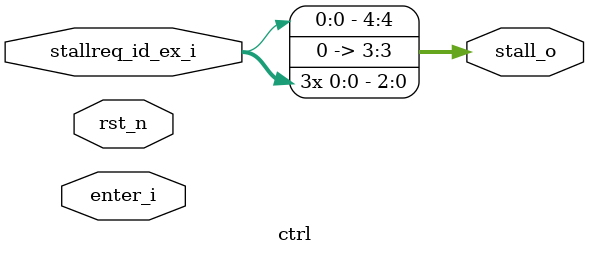
<source format=v>
`include "../headers/buceros_header.v"

module ctrl (
    input  wire rst_n,

    // input  wire stallreq_id_i,
    // input  wire stallreq_ex_i,
    // input  wire stallreq_mem_i,
    // input  wire stallreq_wb_i,
    input  wire stallreq_id_ex_i,
    input  wire enter_i,

    output wire [4:0] stall_o
);
    // version 2.0 including stallreq from id_ex ONLY
    assign stall_o[0] = stallreq_id_ex_i;   // to pc_reg
    assign stall_o[1] = stallreq_id_ex_i;   // to if_id
    assign stall_o[2] = stallreq_id_ex_i;   // to id_ex
    assign stall_o[3] = 1'b0;               // to ex_mem
    assign stall_o[4] = stallreq_id_ex_i;   // to mem_wb
    // assign stall_o[5] = stallreq_id_ex_i;   // to regfile

    // version 1.0
    // assign stall_o = 5'b0;

endmodule //ctrl
</source>
